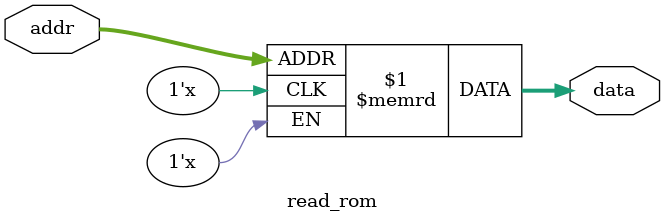
<source format=sv>
module read_rom #(
    parameter ROM_WIDTH  = 12,
    parameter ROM_DEPTH  = 2048,
    parameter FILE_PATH  = ""
)(
    input  logic [10:0] addr,
    output logic [ROM_WIDTH-1:0] data
);
    logic [ROM_WIDTH-1:0] rom_mem [0:ROM_DEPTH-1];

    initial begin
        if (FILE_PATH != "") begin
            $readmemh(FILE_PATH, rom_mem);
        end
    end

    assign data = rom_mem[addr];
endmodule

</source>
